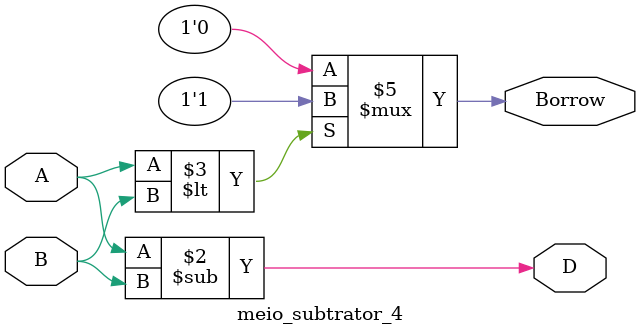
<source format=v>
 module meio_subtrator(
 input A, // Minuendo
 input B, // Subtraendo
 output D, // Diferença (A - B)
 output Borrow // Empréstimo
 );
    // Diferença é calculada como A XOR B
    assign D = A ^ B;
    // Empréstimo é calculado como NOT(A) AND B
    assign Borrow = ~A & B;
 endmodule

 module meio_subtrator_2(
 input A, // Minuendo
 input B, // Subtraendo
 output D, // Diferença (A - B)
 output Borrow // Empréstimo
 );
    // Declaração de fios internos
    wire not_A; // ~A
    wire A_xor_B; // A XOR B
    // Porta NOT
    not u1(not_A , A);
    // Porta XOR para diferença
    xor u2(D, A, B);
    // Porta AND para empréstimo
    and u3(Borrow , not_A , B);
 endmodule

 module meio_subtrator_3(
 input A, // Minuendo
 input B, // Subtraendo
 output reg D, // Diferença (A - B)
 output reg Borrow // Empréstimo
 );
    // Bloco always para descrever o comportamento do circuito
    always @(*) begin
        D = A ^ B; // Diferença: A XOR B
        Borrow = (~A) & B; // Empréstimo: NOT(A) AND B
    end
 endmodule
 
 module meio_subtrator_4(
 input A, // Minuendo
 input B, // Subtraendo
 output reg D, // Diferença (A - B)
 output reg Borrow // Empréstimo
 );
    // Bloco always para descrever o comportamento do circuito
    always @(*) begin
        D = A - B; // Diferença direta
        // Lógica para determinar o empréstimo (Borrow)
        if (A < B)
            Borrow = 1;
        else
            Borrow = 0;
    end
 endmodule
</source>
